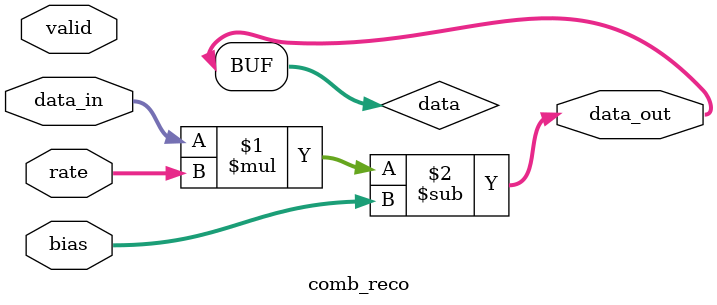
<source format=v>

module comb_reco#(
    parameter bitwidth  =32,
	parameter inputBitwidth =16
)(
    input [bitwidth-1:0]data_in,
    input [inputBitwidth-1:0]bias,
	input [inputBitwidth-1:0]rate,
    input valid,
    output [bitwidth-1:0]data_out
);

    wire [bitwidth-1:0] data;
    /*combination logic*/

    assign data=data_in*rate-bias;


    //assign data_out=data&valid;
	assign data_out=data;
endmodule

</source>
